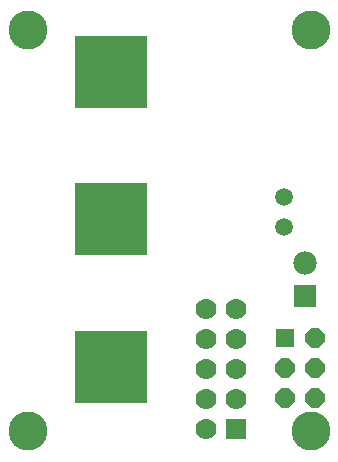
<source format=gbs>
G75*
G70*
%OFA0B0*%
%FSLAX24Y24*%
%IPPOS*%
%LPD*%
%AMOC8*
5,1,8,0,0,1.08239X$1,22.5*
%
%ADD10C,0.1300*%
%ADD11R,0.0640X0.0640*%
%ADD12OC8,0.0640*%
%ADD13R,0.0700X0.0700*%
%ADD14C,0.0700*%
%ADD15R,0.2430X0.2430*%
%ADD16R,0.0780X0.0780*%
%ADD17C,0.0780*%
%ADD18C,0.0591*%
D10*
X010175Y002701D03*
X019624Y002701D03*
X019624Y016087D03*
X010175Y016087D03*
D11*
X018770Y005820D03*
D12*
X018770Y004820D03*
X018770Y003820D03*
X019770Y003820D03*
X019770Y004820D03*
X019770Y005820D03*
D13*
X017120Y002770D03*
D14*
X017120Y003770D03*
X017120Y004770D03*
X017120Y005770D03*
X017120Y006770D03*
X016120Y006770D03*
X016120Y005770D03*
X016120Y004770D03*
X016120Y003770D03*
X016120Y002770D03*
D15*
X012970Y004849D03*
X012970Y009770D03*
X012970Y014691D03*
D16*
X019420Y007220D03*
D17*
X019420Y008320D03*
D18*
X018720Y009520D03*
X018720Y010520D03*
M02*

</source>
